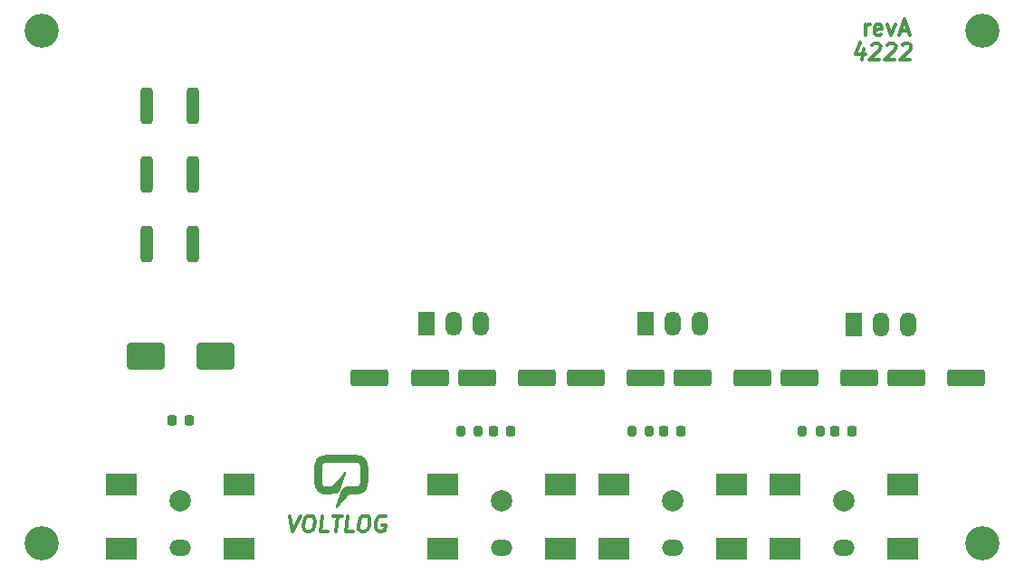
<source format=gbr>
G04 #@! TF.GenerationSoftware,KiCad,Pcbnew,(6.0.0)*
G04 #@! TF.CreationDate,2022-10-22T07:28:46+03:00*
G04 #@! TF.ProjectId,Voltlog Microscope PDU,566f6c74-6c6f-4672-904d-6963726f7363,rev?*
G04 #@! TF.SameCoordinates,Original*
G04 #@! TF.FileFunction,Soldermask,Top*
G04 #@! TF.FilePolarity,Negative*
%FSLAX46Y46*%
G04 Gerber Fmt 4.6, Leading zero omitted, Abs format (unit mm)*
G04 Created by KiCad (PCBNEW (6.0.0)) date 2022-10-22 07:28:46*
%MOMM*%
%LPD*%
G01*
G04 APERTURE LIST*
G04 Aperture macros list*
%AMRoundRect*
0 Rectangle with rounded corners*
0 $1 Rounding radius*
0 $2 $3 $4 $5 $6 $7 $8 $9 X,Y pos of 4 corners*
0 Add a 4 corners polygon primitive as box body*
4,1,4,$2,$3,$4,$5,$6,$7,$8,$9,$2,$3,0*
0 Add four circle primitives for the rounded corners*
1,1,$1+$1,$2,$3*
1,1,$1+$1,$4,$5*
1,1,$1+$1,$6,$7*
1,1,$1+$1,$8,$9*
0 Add four rect primitives between the rounded corners*
20,1,$1+$1,$2,$3,$4,$5,0*
20,1,$1+$1,$4,$5,$6,$7,0*
20,1,$1+$1,$6,$7,$8,$9,0*
20,1,$1+$1,$8,$9,$2,$3,0*%
G04 Aperture macros list end*
%ADD10C,0.300000*%
%ADD11C,0.010000*%
%ADD12RoundRect,0.225000X-0.225000X-0.250000X0.225000X-0.250000X0.225000X0.250000X-0.225000X0.250000X0*%
%ADD13RoundRect,0.218750X-0.218750X-0.256250X0.218750X-0.256250X0.218750X0.256250X-0.218750X0.256250X0*%
%ADD14R,1.500000X2.300000*%
%ADD15O,1.500000X2.300000*%
%ADD16RoundRect,0.250000X-0.312500X-1.450000X0.312500X-1.450000X0.312500X1.450000X-0.312500X1.450000X0*%
%ADD17RoundRect,0.200000X-0.200000X-0.275000X0.200000X-0.275000X0.200000X0.275000X-0.200000X0.275000X0*%
%ADD18RoundRect,0.250000X-1.500000X-1.000000X1.500000X-1.000000X1.500000X1.000000X-1.500000X1.000000X0*%
%ADD19C,3.200000*%
%ADD20O,2.000000X1.500000*%
%ADD21C,2.000000*%
%ADD22R,3.000000X2.000000*%
%ADD23RoundRect,0.250000X-1.500000X-0.550000X1.500000X-0.550000X1.500000X0.550000X-1.500000X0.550000X0*%
%ADD24RoundRect,0.250000X1.500000X0.550000X-1.500000X0.550000X-1.500000X-0.550000X1.500000X-0.550000X0*%
G04 APERTURE END LIST*
D10*
X121188348Y-102428571D02*
X121500848Y-103928571D01*
X122188348Y-102428571D01*
X122974062Y-102428571D02*
X123259776Y-102428571D01*
X123393705Y-102500000D01*
X123518705Y-102642857D01*
X123554419Y-102928571D01*
X123491919Y-103428571D01*
X123384776Y-103714285D01*
X123224062Y-103857142D01*
X123072276Y-103928571D01*
X122786562Y-103928571D01*
X122652633Y-103857142D01*
X122527633Y-103714285D01*
X122491919Y-103428571D01*
X122554419Y-102928571D01*
X122661562Y-102642857D01*
X122822276Y-102500000D01*
X122974062Y-102428571D01*
X124786562Y-103928571D02*
X124072276Y-103928571D01*
X124259776Y-102428571D01*
X125259776Y-102428571D02*
X126116919Y-102428571D01*
X125500848Y-103928571D02*
X125688348Y-102428571D01*
X127143705Y-103928571D02*
X126429419Y-103928571D01*
X126616919Y-102428571D01*
X128116919Y-102428571D02*
X128402633Y-102428571D01*
X128536562Y-102500000D01*
X128661562Y-102642857D01*
X128697276Y-102928571D01*
X128634776Y-103428571D01*
X128527633Y-103714285D01*
X128366919Y-103857142D01*
X128215133Y-103928571D01*
X127929419Y-103928571D01*
X127795491Y-103857142D01*
X127670491Y-103714285D01*
X127634776Y-103428571D01*
X127697276Y-102928571D01*
X127804419Y-102642857D01*
X127965133Y-102500000D01*
X128116919Y-102428571D01*
X130179419Y-102500000D02*
X130045491Y-102428571D01*
X129831205Y-102428571D01*
X129607991Y-102500000D01*
X129447276Y-102642857D01*
X129357991Y-102785714D01*
X129250848Y-103071428D01*
X129224062Y-103285714D01*
X129259776Y-103571428D01*
X129313348Y-103714285D01*
X129438348Y-103857142D01*
X129643705Y-103928571D01*
X129786562Y-103928571D01*
X130009776Y-103857142D01*
X130090133Y-103785714D01*
X130152633Y-103285714D01*
X129866919Y-103285714D01*
X175035714Y-57428571D02*
X175035714Y-56428571D01*
X175035714Y-56714285D02*
X175107142Y-56571428D01*
X175178571Y-56500000D01*
X175321428Y-56428571D01*
X175464285Y-56428571D01*
X176535714Y-57357142D02*
X176392857Y-57428571D01*
X176107142Y-57428571D01*
X175964285Y-57357142D01*
X175892857Y-57214285D01*
X175892857Y-56642857D01*
X175964285Y-56500000D01*
X176107142Y-56428571D01*
X176392857Y-56428571D01*
X176535714Y-56500000D01*
X176607142Y-56642857D01*
X176607142Y-56785714D01*
X175892857Y-56928571D01*
X177107142Y-56428571D02*
X177464285Y-57428571D01*
X177821428Y-56428571D01*
X178321428Y-57000000D02*
X179035714Y-57000000D01*
X178178571Y-57428571D02*
X178678571Y-55928571D01*
X179178571Y-57428571D01*
X174875848Y-58678571D02*
X174750848Y-59678571D01*
X174590133Y-58107142D02*
X174099062Y-59178571D01*
X175027633Y-59178571D01*
X175634776Y-58321428D02*
X175715133Y-58250000D01*
X175866919Y-58178571D01*
X176224062Y-58178571D01*
X176357991Y-58250000D01*
X176420491Y-58321428D01*
X176474062Y-58464285D01*
X176456205Y-58607142D01*
X176357991Y-58821428D01*
X175393705Y-59678571D01*
X176322276Y-59678571D01*
X177063348Y-58321428D02*
X177143705Y-58250000D01*
X177295491Y-58178571D01*
X177652633Y-58178571D01*
X177786562Y-58250000D01*
X177849062Y-58321428D01*
X177902633Y-58464285D01*
X177884776Y-58607142D01*
X177786562Y-58821428D01*
X176822276Y-59678571D01*
X177750848Y-59678571D01*
X178491919Y-58321428D02*
X178572276Y-58250000D01*
X178724062Y-58178571D01*
X179081205Y-58178571D01*
X179215133Y-58250000D01*
X179277633Y-58321428D01*
X179331205Y-58464285D01*
X179313348Y-58607142D01*
X179215133Y-58821428D01*
X178250848Y-59678571D01*
X179179419Y-59678571D01*
D11*
G04 #@! TO.C,V1*
X126261837Y-96691409D02*
X126444951Y-96693844D01*
X126444951Y-96693844D02*
X126624586Y-96697684D01*
X126624586Y-96697684D02*
X126799156Y-96702961D01*
X126799156Y-96702961D02*
X126967078Y-96709706D01*
X126967078Y-96709706D02*
X127126764Y-96717950D01*
X127126764Y-96717950D02*
X127275080Y-96727610D01*
X127275080Y-96727610D02*
X127414072Y-96738780D01*
X127414072Y-96738780D02*
X127534954Y-96751099D01*
X127534954Y-96751099D02*
X127639933Y-96765300D01*
X127639933Y-96765300D02*
X127731213Y-96782118D01*
X127731213Y-96782118D02*
X127811001Y-96802286D01*
X127811001Y-96802286D02*
X127881503Y-96826539D01*
X127881503Y-96826539D02*
X127944925Y-96855610D01*
X127944925Y-96855610D02*
X128003471Y-96890234D01*
X128003471Y-96890234D02*
X128059350Y-96931144D01*
X128059350Y-96931144D02*
X128114765Y-96979075D01*
X128114765Y-96979075D02*
X128159000Y-97021720D01*
X128159000Y-97021720D02*
X128221282Y-97088124D01*
X128221282Y-97088124D02*
X128273181Y-97153586D01*
X128273181Y-97153586D02*
X128316070Y-97221269D01*
X128316070Y-97221269D02*
X128351325Y-97294337D01*
X128351325Y-97294337D02*
X128380318Y-97375956D01*
X128380318Y-97375956D02*
X128404423Y-97469290D01*
X128404423Y-97469290D02*
X128425015Y-97577503D01*
X128425015Y-97577503D02*
X128438229Y-97664912D01*
X128438229Y-97664912D02*
X128449270Y-97747763D01*
X128449270Y-97747763D02*
X128458451Y-97825422D01*
X128458451Y-97825422D02*
X128465927Y-97900906D01*
X128465927Y-97900906D02*
X128471857Y-97977230D01*
X128471857Y-97977230D02*
X128476396Y-98057410D01*
X128476396Y-98057410D02*
X128479703Y-98144461D01*
X128479703Y-98144461D02*
X128481934Y-98241398D01*
X128481934Y-98241398D02*
X128483246Y-98351239D01*
X128483246Y-98351239D02*
X128483797Y-98476997D01*
X128483797Y-98476997D02*
X128483838Y-98540640D01*
X128483838Y-98540640D02*
X128482935Y-98713480D01*
X128482935Y-98713480D02*
X128480209Y-98868365D01*
X128480209Y-98868365D02*
X128475483Y-99007591D01*
X128475483Y-99007591D02*
X128468586Y-99133456D01*
X128468586Y-99133456D02*
X128459342Y-99248255D01*
X128459342Y-99248255D02*
X128447579Y-99354287D01*
X128447579Y-99354287D02*
X128433121Y-99453848D01*
X128433121Y-99453848D02*
X128415796Y-99549235D01*
X128415796Y-99549235D02*
X128402858Y-99610340D01*
X128402858Y-99610340D02*
X128364479Y-99739532D01*
X128364479Y-99739532D02*
X128309922Y-99858875D01*
X128309922Y-99858875D02*
X128240517Y-99967044D01*
X128240517Y-99967044D02*
X128157592Y-100062715D01*
X128157592Y-100062715D02*
X128062475Y-100144564D01*
X128062475Y-100144564D02*
X127956494Y-100211266D01*
X127956494Y-100211266D02*
X127840979Y-100261498D01*
X127840979Y-100261498D02*
X127717257Y-100293935D01*
X127717257Y-100293935D02*
X127717040Y-100293974D01*
X127717040Y-100293974D02*
X127690216Y-100297694D01*
X127690216Y-100297694D02*
X127653492Y-100300771D01*
X127653492Y-100300771D02*
X127605278Y-100303247D01*
X127605278Y-100303247D02*
X127543983Y-100305166D01*
X127543983Y-100305166D02*
X127468015Y-100306571D01*
X127468015Y-100306571D02*
X127375785Y-100307505D01*
X127375785Y-100307505D02*
X127265701Y-100308013D01*
X127265701Y-100308013D02*
X127197184Y-100308125D01*
X127197184Y-100308125D02*
X126753528Y-100308480D01*
X126753528Y-100308480D02*
X126692920Y-100371980D01*
X126692920Y-100371980D02*
X126676237Y-100390079D01*
X126676237Y-100390079D02*
X126647399Y-100422086D01*
X126647399Y-100422086D02*
X126607633Y-100466614D01*
X126607633Y-100466614D02*
X126558166Y-100522278D01*
X126558166Y-100522278D02*
X126500223Y-100587691D01*
X126500223Y-100587691D02*
X126435030Y-100661468D01*
X126435030Y-100661468D02*
X126363814Y-100742224D01*
X126363814Y-100742224D02*
X126287802Y-100828573D01*
X126287802Y-100828573D02*
X126208218Y-100919128D01*
X126208218Y-100919128D02*
X126142270Y-100994280D01*
X126142270Y-100994280D02*
X126061142Y-101086723D01*
X126061142Y-101086723D02*
X125982933Y-101175708D01*
X125982933Y-101175708D02*
X125908827Y-101259898D01*
X125908827Y-101259898D02*
X125840007Y-101337953D01*
X125840007Y-101337953D02*
X125777659Y-101408533D01*
X125777659Y-101408533D02*
X125722965Y-101470300D01*
X125722965Y-101470300D02*
X125677111Y-101521914D01*
X125677111Y-101521914D02*
X125641279Y-101562037D01*
X125641279Y-101562037D02*
X125616654Y-101589329D01*
X125616654Y-101589329D02*
X125605515Y-101601340D01*
X125605515Y-101601340D02*
X125568575Y-101634040D01*
X125568575Y-101634040D02*
X125538343Y-101648380D01*
X125538343Y-101648380D02*
X125513708Y-101644755D01*
X125513708Y-101644755D02*
X125504192Y-101637408D01*
X125504192Y-101637408D02*
X125493293Y-101616853D01*
X125493293Y-101616853D02*
X125492000Y-101607758D01*
X125492000Y-101607758D02*
X125495278Y-101595232D01*
X125495278Y-101595232D02*
X125504721Y-101565277D01*
X125504721Y-101565277D02*
X125519738Y-101519631D01*
X125519738Y-101519631D02*
X125539740Y-101460029D01*
X125539740Y-101460029D02*
X125564137Y-101388209D01*
X125564137Y-101388209D02*
X125592340Y-101305906D01*
X125592340Y-101305906D02*
X125623759Y-101214858D01*
X125623759Y-101214858D02*
X125657804Y-101116800D01*
X125657804Y-101116800D02*
X125690532Y-101023050D01*
X125690532Y-101023050D02*
X125728930Y-100913310D01*
X125728930Y-100913310D02*
X125767285Y-100803638D01*
X125767285Y-100803638D02*
X125804719Y-100696550D01*
X125804719Y-100696550D02*
X125840352Y-100594563D01*
X125840352Y-100594563D02*
X125873306Y-100500196D01*
X125873306Y-100500196D02*
X125902700Y-100415965D01*
X125902700Y-100415965D02*
X125927657Y-100344387D01*
X125927657Y-100344387D02*
X125947296Y-100287979D01*
X125947296Y-100287979D02*
X125956059Y-100262760D01*
X125956059Y-100262760D02*
X125979139Y-100198031D01*
X125979139Y-100198031D02*
X126002824Y-100134720D01*
X126002824Y-100134720D02*
X126025354Y-100077313D01*
X126025354Y-100077313D02*
X126044968Y-100030299D01*
X126044968Y-100030299D02*
X126059682Y-99998600D01*
X126059682Y-99998600D02*
X126106002Y-99926291D01*
X126106002Y-99926291D02*
X126166834Y-99857494D01*
X126166834Y-99857494D02*
X126236489Y-99797908D01*
X126236489Y-99797908D02*
X126299720Y-99758061D01*
X126299720Y-99758061D02*
X126332191Y-99741487D01*
X126332191Y-99741487D02*
X126361798Y-99727785D01*
X126361798Y-99727785D02*
X126390849Y-99716681D01*
X126390849Y-99716681D02*
X126421654Y-99707901D01*
X126421654Y-99707901D02*
X126456520Y-99701170D01*
X126456520Y-99701170D02*
X126497755Y-99696214D01*
X126497755Y-99696214D02*
X126547668Y-99692759D01*
X126547668Y-99692759D02*
X126608567Y-99690530D01*
X126608567Y-99690530D02*
X126682760Y-99689253D01*
X126682760Y-99689253D02*
X126772557Y-99688654D01*
X126772557Y-99688654D02*
X126880264Y-99688458D01*
X126880264Y-99688458D02*
X126885386Y-99688454D01*
X126885386Y-99688454D02*
X127041386Y-99687851D01*
X127041386Y-99687851D02*
X127177756Y-99686245D01*
X127177756Y-99686245D02*
X127295159Y-99683605D01*
X127295159Y-99683605D02*
X127394262Y-99679897D01*
X127394262Y-99679897D02*
X127475730Y-99675089D01*
X127475730Y-99675089D02*
X127540229Y-99669149D01*
X127540229Y-99669149D02*
X127588424Y-99662044D01*
X127588424Y-99662044D02*
X127620981Y-99653742D01*
X127620981Y-99653742D02*
X127624541Y-99652398D01*
X127624541Y-99652398D02*
X127669736Y-99624826D01*
X127669736Y-99624826D02*
X127710367Y-99582590D01*
X127710367Y-99582590D02*
X127741626Y-99531344D01*
X127741626Y-99531344D02*
X127753130Y-99501203D01*
X127753130Y-99501203D02*
X127771581Y-99425825D01*
X127771581Y-99425825D02*
X127787650Y-99332711D01*
X127787650Y-99332711D02*
X127801303Y-99224312D01*
X127801303Y-99224312D02*
X127812507Y-99103075D01*
X127812507Y-99103075D02*
X127821228Y-98971451D01*
X127821228Y-98971451D02*
X127827433Y-98831887D01*
X127827433Y-98831887D02*
X127831087Y-98686832D01*
X127831087Y-98686832D02*
X127832158Y-98538737D01*
X127832158Y-98538737D02*
X127830611Y-98390048D01*
X127830611Y-98390048D02*
X127826414Y-98243217D01*
X127826414Y-98243217D02*
X127819533Y-98100690D01*
X127819533Y-98100690D02*
X127809933Y-97964918D01*
X127809933Y-97964918D02*
X127797582Y-97838349D01*
X127797582Y-97838349D02*
X127782446Y-97723432D01*
X127782446Y-97723432D02*
X127777899Y-97694848D01*
X127777899Y-97694848D02*
X127761860Y-97613583D01*
X127761860Y-97613583D02*
X127742270Y-97550036D01*
X127742270Y-97550036D02*
X127716694Y-97501635D01*
X127716694Y-97501635D02*
X127682693Y-97465809D01*
X127682693Y-97465809D02*
X127637832Y-97439986D01*
X127637832Y-97439986D02*
X127579673Y-97421596D01*
X127579673Y-97421596D02*
X127506201Y-97408127D01*
X127506201Y-97408127D02*
X127418925Y-97397387D01*
X127418925Y-97397387D02*
X127313293Y-97387658D01*
X127313293Y-97387658D02*
X127191247Y-97378958D01*
X127191247Y-97378958D02*
X127054728Y-97371304D01*
X127054728Y-97371304D02*
X126905676Y-97364714D01*
X126905676Y-97364714D02*
X126746033Y-97359204D01*
X126746033Y-97359204D02*
X126577739Y-97354793D01*
X126577739Y-97354793D02*
X126402734Y-97351497D01*
X126402734Y-97351497D02*
X126222960Y-97349335D01*
X126222960Y-97349335D02*
X126040358Y-97348324D01*
X126040358Y-97348324D02*
X125856868Y-97348480D01*
X125856868Y-97348480D02*
X125674431Y-97349823D01*
X125674431Y-97349823D02*
X125494988Y-97352368D01*
X125494988Y-97352368D02*
X125320480Y-97356134D01*
X125320480Y-97356134D02*
X125152847Y-97361138D01*
X125152847Y-97361138D02*
X124994030Y-97367397D01*
X124994030Y-97367397D02*
X124845970Y-97374929D01*
X124845970Y-97374929D02*
X124719840Y-97383076D01*
X124719840Y-97383076D02*
X124608592Y-97391923D01*
X124608592Y-97391923D02*
X124515775Y-97401669D01*
X124515775Y-97401669D02*
X124439499Y-97413449D01*
X124439499Y-97413449D02*
X124377875Y-97428400D01*
X124377875Y-97428400D02*
X124329016Y-97447659D01*
X124329016Y-97447659D02*
X124291033Y-97472363D01*
X124291033Y-97472363D02*
X124262036Y-97503648D01*
X124262036Y-97503648D02*
X124240138Y-97542651D01*
X124240138Y-97542651D02*
X124223449Y-97590508D01*
X124223449Y-97590508D02*
X124210081Y-97648356D01*
X124210081Y-97648356D02*
X124201780Y-97694848D01*
X124201780Y-97694848D02*
X124185894Y-97806185D01*
X124185894Y-97806185D02*
X124172801Y-97929834D01*
X124172801Y-97929834D02*
X124162467Y-98063345D01*
X124162467Y-98063345D02*
X124154858Y-98204271D01*
X124154858Y-98204271D02*
X124149941Y-98350162D01*
X124149941Y-98350162D02*
X124147683Y-98498571D01*
X124147683Y-98498571D02*
X124148049Y-98647047D01*
X124148049Y-98647047D02*
X124151007Y-98793143D01*
X124151007Y-98793143D02*
X124156523Y-98934410D01*
X124156523Y-98934410D02*
X124164563Y-99068399D01*
X124164563Y-99068399D02*
X124175094Y-99192662D01*
X124175094Y-99192662D02*
X124188082Y-99304749D01*
X124188082Y-99304749D02*
X124203494Y-99402213D01*
X124203494Y-99402213D02*
X124221296Y-99482604D01*
X124221296Y-99482604D02*
X124226521Y-99501108D01*
X124226521Y-99501108D02*
X124253863Y-99558451D01*
X124253863Y-99558451D02*
X124297188Y-99606265D01*
X124297188Y-99606265D02*
X124350600Y-99639553D01*
X124350600Y-99639553D02*
X124385447Y-99649910D01*
X124385447Y-99649910D02*
X124439539Y-99658780D01*
X124439539Y-99658780D02*
X124511850Y-99666090D01*
X124511850Y-99666090D02*
X124601356Y-99671770D01*
X124601356Y-99671770D02*
X124707031Y-99675749D01*
X124707031Y-99675749D02*
X124827849Y-99677957D01*
X124827849Y-99677957D02*
X124913753Y-99678409D01*
X124913753Y-99678409D02*
X125143226Y-99678560D01*
X125143226Y-99678560D02*
X125208701Y-99609980D01*
X125208701Y-99609980D02*
X125228063Y-99589075D01*
X125228063Y-99589075D02*
X125259265Y-99554599D01*
X125259265Y-99554599D02*
X125300775Y-99508275D01*
X125300775Y-99508275D02*
X125351061Y-99451831D01*
X125351061Y-99451831D02*
X125408588Y-99386992D01*
X125408588Y-99386992D02*
X125471825Y-99315483D01*
X125471825Y-99315483D02*
X125539237Y-99239031D01*
X125539237Y-99239031D02*
X125609293Y-99159361D01*
X125609293Y-99159361D02*
X125634548Y-99130585D01*
X125634548Y-99130585D02*
X125709401Y-99045257D01*
X125709401Y-99045257D02*
X125785528Y-98958480D01*
X125785528Y-98958480D02*
X125860858Y-98872613D01*
X125860858Y-98872613D02*
X125933321Y-98790018D01*
X125933321Y-98790018D02*
X126000846Y-98713054D01*
X126000846Y-98713054D02*
X126061364Y-98644081D01*
X126061364Y-98644081D02*
X126112803Y-98585458D01*
X126112803Y-98585458D02*
X126153094Y-98539546D01*
X126153094Y-98539546D02*
X126156008Y-98536225D01*
X126156008Y-98536225D02*
X126202300Y-98484205D01*
X126202300Y-98484205D02*
X126245421Y-98437109D01*
X126245421Y-98437109D02*
X126283201Y-98397201D01*
X126283201Y-98397201D02*
X126313468Y-98366744D01*
X126313468Y-98366744D02*
X126334053Y-98348000D01*
X126334053Y-98348000D02*
X126341120Y-98343206D01*
X126341120Y-98343206D02*
X126364597Y-98339747D01*
X126364597Y-98339747D02*
X126385772Y-98352401D01*
X126385772Y-98352401D02*
X126401037Y-98368972D01*
X126401037Y-98368972D02*
X126406400Y-98379441D01*
X126406400Y-98379441D02*
X126403133Y-98390385D01*
X126403133Y-98390385D02*
X126393754Y-98418661D01*
X126393754Y-98418661D02*
X126378896Y-98462437D01*
X126378896Y-98462437D02*
X126359191Y-98519876D01*
X126359191Y-98519876D02*
X126335271Y-98589145D01*
X126335271Y-98589145D02*
X126307768Y-98668408D01*
X126307768Y-98668408D02*
X126277315Y-98755830D01*
X126277315Y-98755830D02*
X126244545Y-98849577D01*
X126244545Y-98849577D02*
X126234501Y-98878246D01*
X126234501Y-98878246D02*
X126196614Y-98986390D01*
X126196614Y-98986390D02*
X126157091Y-99099302D01*
X126157091Y-99099302D02*
X126117172Y-99213428D01*
X126117172Y-99213428D02*
X126078099Y-99325215D01*
X126078099Y-99325215D02*
X126041114Y-99431111D01*
X126041114Y-99431111D02*
X126007459Y-99527561D01*
X126007459Y-99527561D02*
X125978374Y-99611014D01*
X125978374Y-99611014D02*
X125960567Y-99662189D01*
X125960567Y-99662189D02*
X125933566Y-99738559D01*
X125933566Y-99738559D02*
X125906980Y-99811358D01*
X125906980Y-99811358D02*
X125881959Y-99877615D01*
X125881959Y-99877615D02*
X125859654Y-99934356D01*
X125859654Y-99934356D02*
X125841216Y-99978607D01*
X125841216Y-99978607D02*
X125827794Y-100007396D01*
X125827794Y-100007396D02*
X125825125Y-100012225D01*
X125825125Y-100012225D02*
X125767263Y-100091466D01*
X125767263Y-100091466D02*
X125693747Y-100162327D01*
X125693747Y-100162327D02*
X125608501Y-100221869D01*
X125608501Y-100221869D02*
X125515451Y-100267152D01*
X125515451Y-100267152D02*
X125460256Y-100285503D01*
X125460256Y-100285503D02*
X125444653Y-100289385D01*
X125444653Y-100289385D02*
X125427071Y-100292668D01*
X125427071Y-100292668D02*
X125405764Y-100295401D01*
X125405764Y-100295401D02*
X125378988Y-100297634D01*
X125378988Y-100297634D02*
X125344996Y-100299415D01*
X125344996Y-100299415D02*
X125302043Y-100300795D01*
X125302043Y-100300795D02*
X125248385Y-100301822D01*
X125248385Y-100301822D02*
X125182276Y-100302545D01*
X125182276Y-100302545D02*
X125101970Y-100303014D01*
X125101970Y-100303014D02*
X125005722Y-100303279D01*
X125005722Y-100303279D02*
X124891788Y-100303388D01*
X124891788Y-100303388D02*
X124826520Y-100303400D01*
X124826520Y-100303400D02*
X124257560Y-100303400D01*
X124257560Y-100303400D02*
X124158565Y-100269118D01*
X124158565Y-100269118D02*
X124032889Y-100215572D01*
X124032889Y-100215572D02*
X123920456Y-100146651D01*
X123920456Y-100146651D02*
X123821514Y-100062577D01*
X123821514Y-100062577D02*
X123736313Y-99963572D01*
X123736313Y-99963572D02*
X123665103Y-99849856D01*
X123665103Y-99849856D02*
X123647854Y-99815720D01*
X123647854Y-99815720D02*
X123620768Y-99752597D01*
X123620768Y-99752597D02*
X123596841Y-99681552D01*
X123596841Y-99681552D02*
X123575669Y-99600557D01*
X123575669Y-99600557D02*
X123556847Y-99507584D01*
X123556847Y-99507584D02*
X123539971Y-99400608D01*
X123539971Y-99400608D02*
X123524635Y-99277601D01*
X123524635Y-99277601D02*
X123510435Y-99136536D01*
X123510435Y-99136536D02*
X123508919Y-99119760D01*
X123508919Y-99119760D02*
X123505151Y-99064497D01*
X123505151Y-99064497D02*
X123502009Y-98992043D01*
X123502009Y-98992043D02*
X123499494Y-98905517D01*
X123499494Y-98905517D02*
X123497606Y-98808037D01*
X123497606Y-98808037D02*
X123496345Y-98702723D01*
X123496345Y-98702723D02*
X123495711Y-98592693D01*
X123495711Y-98592693D02*
X123495703Y-98481067D01*
X123495703Y-98481067D02*
X123496323Y-98370964D01*
X123496323Y-98370964D02*
X123497569Y-98265502D01*
X123497569Y-98265502D02*
X123499442Y-98167800D01*
X123499442Y-98167800D02*
X123501942Y-98080978D01*
X123501942Y-98080978D02*
X123505069Y-98008154D01*
X123505069Y-98008154D02*
X123508823Y-97952448D01*
X123508823Y-97952448D02*
X123508919Y-97951360D01*
X123508919Y-97951360D02*
X123523468Y-97803721D01*
X123523468Y-97803721D02*
X123539356Y-97674327D01*
X123539356Y-97674327D02*
X123557201Y-97561114D01*
X123557201Y-97561114D02*
X123577623Y-97462018D01*
X123577623Y-97462018D02*
X123601239Y-97374976D01*
X123601239Y-97374976D02*
X123628670Y-97297925D01*
X123628670Y-97297925D02*
X123660534Y-97228802D01*
X123660534Y-97228802D02*
X123697450Y-97165543D01*
X123697450Y-97165543D02*
X123740037Y-97106085D01*
X123740037Y-97106085D02*
X123775138Y-97063808D01*
X123775138Y-97063808D02*
X123869071Y-96969712D01*
X123869071Y-96969712D02*
X123970673Y-96893852D01*
X123970673Y-96893852D02*
X124082051Y-96834921D01*
X124082051Y-96834921D02*
X124205316Y-96791611D01*
X124205316Y-96791611D02*
X124220627Y-96787501D01*
X124220627Y-96787501D02*
X124286007Y-96773521D01*
X124286007Y-96773521D02*
X124370099Y-96760512D01*
X124370099Y-96760512D02*
X124471320Y-96748504D01*
X124471320Y-96748504D02*
X124588083Y-96737529D01*
X124588083Y-96737529D02*
X124718804Y-96727618D01*
X124718804Y-96727618D02*
X124861898Y-96718801D01*
X124861898Y-96718801D02*
X125015778Y-96711110D01*
X125015778Y-96711110D02*
X125178861Y-96704576D01*
X125178861Y-96704576D02*
X125349561Y-96699230D01*
X125349561Y-96699230D02*
X125526293Y-96695104D01*
X125526293Y-96695104D02*
X125707472Y-96692227D01*
X125707472Y-96692227D02*
X125891512Y-96690632D01*
X125891512Y-96690632D02*
X126076829Y-96690349D01*
X126076829Y-96690349D02*
X126261837Y-96691409D01*
X126261837Y-96691409D02*
X126261837Y-96691409D01*
G36*
X126261837Y-96691409D02*
G01*
X126444951Y-96693844D01*
X126624586Y-96697684D01*
X126799156Y-96702961D01*
X126967078Y-96709706D01*
X127126764Y-96717950D01*
X127275080Y-96727610D01*
X127414072Y-96738780D01*
X127534954Y-96751099D01*
X127639933Y-96765300D01*
X127731213Y-96782118D01*
X127811001Y-96802286D01*
X127881503Y-96826539D01*
X127944925Y-96855610D01*
X128003471Y-96890234D01*
X128059350Y-96931144D01*
X128114765Y-96979075D01*
X128159000Y-97021720D01*
X128221282Y-97088124D01*
X128273181Y-97153586D01*
X128316070Y-97221269D01*
X128351325Y-97294337D01*
X128380318Y-97375956D01*
X128404423Y-97469290D01*
X128425015Y-97577503D01*
X128438229Y-97664912D01*
X128449270Y-97747763D01*
X128458451Y-97825422D01*
X128465927Y-97900906D01*
X128471857Y-97977230D01*
X128476396Y-98057410D01*
X128479703Y-98144461D01*
X128481934Y-98241398D01*
X128483246Y-98351239D01*
X128483797Y-98476997D01*
X128483838Y-98540640D01*
X128482935Y-98713480D01*
X128480209Y-98868365D01*
X128475483Y-99007591D01*
X128468586Y-99133456D01*
X128459342Y-99248255D01*
X128447579Y-99354287D01*
X128433121Y-99453848D01*
X128415796Y-99549235D01*
X128402858Y-99610340D01*
X128364479Y-99739532D01*
X128309922Y-99858875D01*
X128240517Y-99967044D01*
X128157592Y-100062715D01*
X128062475Y-100144564D01*
X127956494Y-100211266D01*
X127840979Y-100261498D01*
X127717257Y-100293935D01*
X127717040Y-100293974D01*
X127690216Y-100297694D01*
X127653492Y-100300771D01*
X127605278Y-100303247D01*
X127543983Y-100305166D01*
X127468015Y-100306571D01*
X127375785Y-100307505D01*
X127265701Y-100308013D01*
X127197184Y-100308125D01*
X126753528Y-100308480D01*
X126692920Y-100371980D01*
X126676237Y-100390079D01*
X126647399Y-100422086D01*
X126607633Y-100466614D01*
X126558166Y-100522278D01*
X126500223Y-100587691D01*
X126435030Y-100661468D01*
X126363814Y-100742224D01*
X126287802Y-100828573D01*
X126208218Y-100919128D01*
X126142270Y-100994280D01*
X126061142Y-101086723D01*
X125982933Y-101175708D01*
X125908827Y-101259898D01*
X125840007Y-101337953D01*
X125777659Y-101408533D01*
X125722965Y-101470300D01*
X125677111Y-101521914D01*
X125641279Y-101562037D01*
X125616654Y-101589329D01*
X125605515Y-101601340D01*
X125568575Y-101634040D01*
X125538343Y-101648380D01*
X125513708Y-101644755D01*
X125504192Y-101637408D01*
X125493293Y-101616853D01*
X125492000Y-101607758D01*
X125495278Y-101595232D01*
X125504721Y-101565277D01*
X125519738Y-101519631D01*
X125539740Y-101460029D01*
X125564137Y-101388209D01*
X125592340Y-101305906D01*
X125623759Y-101214858D01*
X125657804Y-101116800D01*
X125690532Y-101023050D01*
X125728930Y-100913310D01*
X125767285Y-100803638D01*
X125804719Y-100696550D01*
X125840352Y-100594563D01*
X125873306Y-100500196D01*
X125902700Y-100415965D01*
X125927657Y-100344387D01*
X125947296Y-100287979D01*
X125956059Y-100262760D01*
X125979139Y-100198031D01*
X126002824Y-100134720D01*
X126025354Y-100077313D01*
X126044968Y-100030299D01*
X126059682Y-99998600D01*
X126106002Y-99926291D01*
X126166834Y-99857494D01*
X126236489Y-99797908D01*
X126299720Y-99758061D01*
X126332191Y-99741487D01*
X126361798Y-99727785D01*
X126390849Y-99716681D01*
X126421654Y-99707901D01*
X126456520Y-99701170D01*
X126497755Y-99696214D01*
X126547668Y-99692759D01*
X126608567Y-99690530D01*
X126682760Y-99689253D01*
X126772557Y-99688654D01*
X126880264Y-99688458D01*
X126885386Y-99688454D01*
X127041386Y-99687851D01*
X127177756Y-99686245D01*
X127295159Y-99683605D01*
X127394262Y-99679897D01*
X127475730Y-99675089D01*
X127540229Y-99669149D01*
X127588424Y-99662044D01*
X127620981Y-99653742D01*
X127624541Y-99652398D01*
X127669736Y-99624826D01*
X127710367Y-99582590D01*
X127741626Y-99531344D01*
X127753130Y-99501203D01*
X127771581Y-99425825D01*
X127787650Y-99332711D01*
X127801303Y-99224312D01*
X127812507Y-99103075D01*
X127821228Y-98971451D01*
X127827433Y-98831887D01*
X127831087Y-98686832D01*
X127832158Y-98538737D01*
X127830611Y-98390048D01*
X127826414Y-98243217D01*
X127819533Y-98100690D01*
X127809933Y-97964918D01*
X127797582Y-97838349D01*
X127782446Y-97723432D01*
X127777899Y-97694848D01*
X127761860Y-97613583D01*
X127742270Y-97550036D01*
X127716694Y-97501635D01*
X127682693Y-97465809D01*
X127637832Y-97439986D01*
X127579673Y-97421596D01*
X127506201Y-97408127D01*
X127418925Y-97397387D01*
X127313293Y-97387658D01*
X127191247Y-97378958D01*
X127054728Y-97371304D01*
X126905676Y-97364714D01*
X126746033Y-97359204D01*
X126577739Y-97354793D01*
X126402734Y-97351497D01*
X126222960Y-97349335D01*
X126040358Y-97348324D01*
X125856868Y-97348480D01*
X125674431Y-97349823D01*
X125494988Y-97352368D01*
X125320480Y-97356134D01*
X125152847Y-97361138D01*
X124994030Y-97367397D01*
X124845970Y-97374929D01*
X124719840Y-97383076D01*
X124608592Y-97391923D01*
X124515775Y-97401669D01*
X124439499Y-97413449D01*
X124377875Y-97428400D01*
X124329016Y-97447659D01*
X124291033Y-97472363D01*
X124262036Y-97503648D01*
X124240138Y-97542651D01*
X124223449Y-97590508D01*
X124210081Y-97648356D01*
X124201780Y-97694848D01*
X124185894Y-97806185D01*
X124172801Y-97929834D01*
X124162467Y-98063345D01*
X124154858Y-98204271D01*
X124149941Y-98350162D01*
X124147683Y-98498571D01*
X124148049Y-98647047D01*
X124151007Y-98793143D01*
X124156523Y-98934410D01*
X124164563Y-99068399D01*
X124175094Y-99192662D01*
X124188082Y-99304749D01*
X124203494Y-99402213D01*
X124221296Y-99482604D01*
X124226521Y-99501108D01*
X124253863Y-99558451D01*
X124297188Y-99606265D01*
X124350600Y-99639553D01*
X124385447Y-99649910D01*
X124439539Y-99658780D01*
X124511850Y-99666090D01*
X124601356Y-99671770D01*
X124707031Y-99675749D01*
X124827849Y-99677957D01*
X124913753Y-99678409D01*
X125143226Y-99678560D01*
X125208701Y-99609980D01*
X125228063Y-99589075D01*
X125259265Y-99554599D01*
X125300775Y-99508275D01*
X125351061Y-99451831D01*
X125408588Y-99386992D01*
X125471825Y-99315483D01*
X125539237Y-99239031D01*
X125609293Y-99159361D01*
X125634548Y-99130585D01*
X125709401Y-99045257D01*
X125785528Y-98958480D01*
X125860858Y-98872613D01*
X125933321Y-98790018D01*
X126000846Y-98713054D01*
X126061364Y-98644081D01*
X126112803Y-98585458D01*
X126153094Y-98539546D01*
X126156008Y-98536225D01*
X126202300Y-98484205D01*
X126245421Y-98437109D01*
X126283201Y-98397201D01*
X126313468Y-98366744D01*
X126334053Y-98348000D01*
X126341120Y-98343206D01*
X126364597Y-98339747D01*
X126385772Y-98352401D01*
X126401037Y-98368972D01*
X126406400Y-98379441D01*
X126403133Y-98390385D01*
X126393754Y-98418661D01*
X126378896Y-98462437D01*
X126359191Y-98519876D01*
X126335271Y-98589145D01*
X126307768Y-98668408D01*
X126277315Y-98755830D01*
X126244545Y-98849577D01*
X126234501Y-98878246D01*
X126196614Y-98986390D01*
X126157091Y-99099302D01*
X126117172Y-99213428D01*
X126078099Y-99325215D01*
X126041114Y-99431111D01*
X126007459Y-99527561D01*
X125978374Y-99611014D01*
X125960567Y-99662189D01*
X125933566Y-99738559D01*
X125906980Y-99811358D01*
X125881959Y-99877615D01*
X125859654Y-99934356D01*
X125841216Y-99978607D01*
X125827794Y-100007396D01*
X125825125Y-100012225D01*
X125767263Y-100091466D01*
X125693747Y-100162327D01*
X125608501Y-100221869D01*
X125515451Y-100267152D01*
X125460256Y-100285503D01*
X125444653Y-100289385D01*
X125427071Y-100292668D01*
X125405764Y-100295401D01*
X125378988Y-100297634D01*
X125344996Y-100299415D01*
X125302043Y-100300795D01*
X125248385Y-100301822D01*
X125182276Y-100302545D01*
X125101970Y-100303014D01*
X125005722Y-100303279D01*
X124891788Y-100303388D01*
X124826520Y-100303400D01*
X124257560Y-100303400D01*
X124158565Y-100269118D01*
X124032889Y-100215572D01*
X123920456Y-100146651D01*
X123821514Y-100062577D01*
X123736313Y-99963572D01*
X123665103Y-99849856D01*
X123647854Y-99815720D01*
X123620768Y-99752597D01*
X123596841Y-99681552D01*
X123575669Y-99600557D01*
X123556847Y-99507584D01*
X123539971Y-99400608D01*
X123524635Y-99277601D01*
X123510435Y-99136536D01*
X123508919Y-99119760D01*
X123505151Y-99064497D01*
X123502009Y-98992043D01*
X123499494Y-98905517D01*
X123497606Y-98808037D01*
X123496345Y-98702723D01*
X123495711Y-98592693D01*
X123495703Y-98481067D01*
X123496323Y-98370964D01*
X123497569Y-98265502D01*
X123499442Y-98167800D01*
X123501942Y-98080978D01*
X123505069Y-98008154D01*
X123508823Y-97952448D01*
X123508919Y-97951360D01*
X123523468Y-97803721D01*
X123539356Y-97674327D01*
X123557201Y-97561114D01*
X123577623Y-97462018D01*
X123601239Y-97374976D01*
X123628670Y-97297925D01*
X123660534Y-97228802D01*
X123697450Y-97165543D01*
X123740037Y-97106085D01*
X123775138Y-97063808D01*
X123869071Y-96969712D01*
X123970673Y-96893852D01*
X124082051Y-96834921D01*
X124205316Y-96791611D01*
X124220627Y-96787501D01*
X124286007Y-96773521D01*
X124370099Y-96760512D01*
X124471320Y-96748504D01*
X124588083Y-96737529D01*
X124718804Y-96727618D01*
X124861898Y-96718801D01*
X125015778Y-96711110D01*
X125178861Y-96704576D01*
X125349561Y-96699230D01*
X125526293Y-96695104D01*
X125707472Y-96692227D01*
X125891512Y-96690632D01*
X126076829Y-96690349D01*
X126261837Y-96691409D01*
G37*
X126261837Y-96691409D02*
X126444951Y-96693844D01*
X126624586Y-96697684D01*
X126799156Y-96702961D01*
X126967078Y-96709706D01*
X127126764Y-96717950D01*
X127275080Y-96727610D01*
X127414072Y-96738780D01*
X127534954Y-96751099D01*
X127639933Y-96765300D01*
X127731213Y-96782118D01*
X127811001Y-96802286D01*
X127881503Y-96826539D01*
X127944925Y-96855610D01*
X128003471Y-96890234D01*
X128059350Y-96931144D01*
X128114765Y-96979075D01*
X128159000Y-97021720D01*
X128221282Y-97088124D01*
X128273181Y-97153586D01*
X128316070Y-97221269D01*
X128351325Y-97294337D01*
X128380318Y-97375956D01*
X128404423Y-97469290D01*
X128425015Y-97577503D01*
X128438229Y-97664912D01*
X128449270Y-97747763D01*
X128458451Y-97825422D01*
X128465927Y-97900906D01*
X128471857Y-97977230D01*
X128476396Y-98057410D01*
X128479703Y-98144461D01*
X128481934Y-98241398D01*
X128483246Y-98351239D01*
X128483797Y-98476997D01*
X128483838Y-98540640D01*
X128482935Y-98713480D01*
X128480209Y-98868365D01*
X128475483Y-99007591D01*
X128468586Y-99133456D01*
X128459342Y-99248255D01*
X128447579Y-99354287D01*
X128433121Y-99453848D01*
X128415796Y-99549235D01*
X128402858Y-99610340D01*
X128364479Y-99739532D01*
X128309922Y-99858875D01*
X128240517Y-99967044D01*
X128157592Y-100062715D01*
X128062475Y-100144564D01*
X127956494Y-100211266D01*
X127840979Y-100261498D01*
X127717257Y-100293935D01*
X127717040Y-100293974D01*
X127690216Y-100297694D01*
X127653492Y-100300771D01*
X127605278Y-100303247D01*
X127543983Y-100305166D01*
X127468015Y-100306571D01*
X127375785Y-100307505D01*
X127265701Y-100308013D01*
X127197184Y-100308125D01*
X126753528Y-100308480D01*
X126692920Y-100371980D01*
X126676237Y-100390079D01*
X126647399Y-100422086D01*
X126607633Y-100466614D01*
X126558166Y-100522278D01*
X126500223Y-100587691D01*
X126435030Y-100661468D01*
X126363814Y-100742224D01*
X126287802Y-100828573D01*
X126208218Y-100919128D01*
X126142270Y-100994280D01*
X126061142Y-101086723D01*
X125982933Y-101175708D01*
X125908827Y-101259898D01*
X125840007Y-101337953D01*
X125777659Y-101408533D01*
X125722965Y-101470300D01*
X125677111Y-101521914D01*
X125641279Y-101562037D01*
X125616654Y-101589329D01*
X125605515Y-101601340D01*
X125568575Y-101634040D01*
X125538343Y-101648380D01*
X125513708Y-101644755D01*
X125504192Y-101637408D01*
X125493293Y-101616853D01*
X125492000Y-101607758D01*
X125495278Y-101595232D01*
X125504721Y-101565277D01*
X125519738Y-101519631D01*
X125539740Y-101460029D01*
X125564137Y-101388209D01*
X125592340Y-101305906D01*
X125623759Y-101214858D01*
X125657804Y-101116800D01*
X125690532Y-101023050D01*
X125728930Y-100913310D01*
X125767285Y-100803638D01*
X125804719Y-100696550D01*
X125840352Y-100594563D01*
X125873306Y-100500196D01*
X125902700Y-100415965D01*
X125927657Y-100344387D01*
X125947296Y-100287979D01*
X125956059Y-100262760D01*
X125979139Y-100198031D01*
X126002824Y-100134720D01*
X126025354Y-100077313D01*
X126044968Y-100030299D01*
X126059682Y-99998600D01*
X126106002Y-99926291D01*
X126166834Y-99857494D01*
X126236489Y-99797908D01*
X126299720Y-99758061D01*
X126332191Y-99741487D01*
X126361798Y-99727785D01*
X126390849Y-99716681D01*
X126421654Y-99707901D01*
X126456520Y-99701170D01*
X126497755Y-99696214D01*
X126547668Y-99692759D01*
X126608567Y-99690530D01*
X126682760Y-99689253D01*
X126772557Y-99688654D01*
X126880264Y-99688458D01*
X126885386Y-99688454D01*
X127041386Y-99687851D01*
X127177756Y-99686245D01*
X127295159Y-99683605D01*
X127394262Y-99679897D01*
X127475730Y-99675089D01*
X127540229Y-99669149D01*
X127588424Y-99662044D01*
X127620981Y-99653742D01*
X127624541Y-99652398D01*
X127669736Y-99624826D01*
X127710367Y-99582590D01*
X127741626Y-99531344D01*
X127753130Y-99501203D01*
X127771581Y-99425825D01*
X127787650Y-99332711D01*
X127801303Y-99224312D01*
X127812507Y-99103075D01*
X127821228Y-98971451D01*
X127827433Y-98831887D01*
X127831087Y-98686832D01*
X127832158Y-98538737D01*
X127830611Y-98390048D01*
X127826414Y-98243217D01*
X127819533Y-98100690D01*
X127809933Y-97964918D01*
X127797582Y-97838349D01*
X127782446Y-97723432D01*
X127777899Y-97694848D01*
X127761860Y-97613583D01*
X127742270Y-97550036D01*
X127716694Y-97501635D01*
X127682693Y-97465809D01*
X127637832Y-97439986D01*
X127579673Y-97421596D01*
X127506201Y-97408127D01*
X127418925Y-97397387D01*
X127313293Y-97387658D01*
X127191247Y-97378958D01*
X127054728Y-97371304D01*
X126905676Y-97364714D01*
X126746033Y-97359204D01*
X126577739Y-97354793D01*
X126402734Y-97351497D01*
X126222960Y-97349335D01*
X126040358Y-97348324D01*
X125856868Y-97348480D01*
X125674431Y-97349823D01*
X125494988Y-97352368D01*
X125320480Y-97356134D01*
X125152847Y-97361138D01*
X124994030Y-97367397D01*
X124845970Y-97374929D01*
X124719840Y-97383076D01*
X124608592Y-97391923D01*
X124515775Y-97401669D01*
X124439499Y-97413449D01*
X124377875Y-97428400D01*
X124329016Y-97447659D01*
X124291033Y-97472363D01*
X124262036Y-97503648D01*
X124240138Y-97542651D01*
X124223449Y-97590508D01*
X124210081Y-97648356D01*
X124201780Y-97694848D01*
X124185894Y-97806185D01*
X124172801Y-97929834D01*
X124162467Y-98063345D01*
X124154858Y-98204271D01*
X124149941Y-98350162D01*
X124147683Y-98498571D01*
X124148049Y-98647047D01*
X124151007Y-98793143D01*
X124156523Y-98934410D01*
X124164563Y-99068399D01*
X124175094Y-99192662D01*
X124188082Y-99304749D01*
X124203494Y-99402213D01*
X124221296Y-99482604D01*
X124226521Y-99501108D01*
X124253863Y-99558451D01*
X124297188Y-99606265D01*
X124350600Y-99639553D01*
X124385447Y-99649910D01*
X124439539Y-99658780D01*
X124511850Y-99666090D01*
X124601356Y-99671770D01*
X124707031Y-99675749D01*
X124827849Y-99677957D01*
X124913753Y-99678409D01*
X125143226Y-99678560D01*
X125208701Y-99609980D01*
X125228063Y-99589075D01*
X125259265Y-99554599D01*
X125300775Y-99508275D01*
X125351061Y-99451831D01*
X125408588Y-99386992D01*
X125471825Y-99315483D01*
X125539237Y-99239031D01*
X125609293Y-99159361D01*
X125634548Y-99130585D01*
X125709401Y-99045257D01*
X125785528Y-98958480D01*
X125860858Y-98872613D01*
X125933321Y-98790018D01*
X126000846Y-98713054D01*
X126061364Y-98644081D01*
X126112803Y-98585458D01*
X126153094Y-98539546D01*
X126156008Y-98536225D01*
X126202300Y-98484205D01*
X126245421Y-98437109D01*
X126283201Y-98397201D01*
X126313468Y-98366744D01*
X126334053Y-98348000D01*
X126341120Y-98343206D01*
X126364597Y-98339747D01*
X126385772Y-98352401D01*
X126401037Y-98368972D01*
X126406400Y-98379441D01*
X126403133Y-98390385D01*
X126393754Y-98418661D01*
X126378896Y-98462437D01*
X126359191Y-98519876D01*
X126335271Y-98589145D01*
X126307768Y-98668408D01*
X126277315Y-98755830D01*
X126244545Y-98849577D01*
X126234501Y-98878246D01*
X126196614Y-98986390D01*
X126157091Y-99099302D01*
X126117172Y-99213428D01*
X126078099Y-99325215D01*
X126041114Y-99431111D01*
X126007459Y-99527561D01*
X125978374Y-99611014D01*
X125960567Y-99662189D01*
X125933566Y-99738559D01*
X125906980Y-99811358D01*
X125881959Y-99877615D01*
X125859654Y-99934356D01*
X125841216Y-99978607D01*
X125827794Y-100007396D01*
X125825125Y-100012225D01*
X125767263Y-100091466D01*
X125693747Y-100162327D01*
X125608501Y-100221869D01*
X125515451Y-100267152D01*
X125460256Y-100285503D01*
X125444653Y-100289385D01*
X125427071Y-100292668D01*
X125405764Y-100295401D01*
X125378988Y-100297634D01*
X125344996Y-100299415D01*
X125302043Y-100300795D01*
X125248385Y-100301822D01*
X125182276Y-100302545D01*
X125101970Y-100303014D01*
X125005722Y-100303279D01*
X124891788Y-100303388D01*
X124826520Y-100303400D01*
X124257560Y-100303400D01*
X124158565Y-100269118D01*
X124032889Y-100215572D01*
X123920456Y-100146651D01*
X123821514Y-100062577D01*
X123736313Y-99963572D01*
X123665103Y-99849856D01*
X123647854Y-99815720D01*
X123620768Y-99752597D01*
X123596841Y-99681552D01*
X123575669Y-99600557D01*
X123556847Y-99507584D01*
X123539971Y-99400608D01*
X123524635Y-99277601D01*
X123510435Y-99136536D01*
X123508919Y-99119760D01*
X123505151Y-99064497D01*
X123502009Y-98992043D01*
X123499494Y-98905517D01*
X123497606Y-98808037D01*
X123496345Y-98702723D01*
X123495711Y-98592693D01*
X123495703Y-98481067D01*
X123496323Y-98370964D01*
X123497569Y-98265502D01*
X123499442Y-98167800D01*
X123501942Y-98080978D01*
X123505069Y-98008154D01*
X123508823Y-97952448D01*
X123508919Y-97951360D01*
X123523468Y-97803721D01*
X123539356Y-97674327D01*
X123557201Y-97561114D01*
X123577623Y-97462018D01*
X123601239Y-97374976D01*
X123628670Y-97297925D01*
X123660534Y-97228802D01*
X123697450Y-97165543D01*
X123740037Y-97106085D01*
X123775138Y-97063808D01*
X123869071Y-96969712D01*
X123970673Y-96893852D01*
X124082051Y-96834921D01*
X124205316Y-96791611D01*
X124220627Y-96787501D01*
X124286007Y-96773521D01*
X124370099Y-96760512D01*
X124471320Y-96748504D01*
X124588083Y-96737529D01*
X124718804Y-96727618D01*
X124861898Y-96718801D01*
X125015778Y-96711110D01*
X125178861Y-96704576D01*
X125349561Y-96699230D01*
X125526293Y-96695104D01*
X125707472Y-96692227D01*
X125891512Y-96690632D01*
X126076829Y-96690349D01*
X126261837Y-96691409D01*
G04 #@! TD*
D12*
G04 #@! TO.C,C1*
X110225000Y-93500000D03*
X111775000Y-93500000D03*
G04 #@! TD*
D13*
G04 #@! TO.C,D1*
X140259297Y-94500000D03*
X141834297Y-94500000D03*
G04 #@! TD*
D14*
G04 #@! TO.C,U2*
X154460000Y-84425000D03*
D15*
X157000000Y-84425000D03*
X159540000Y-84425000D03*
G04 #@! TD*
D16*
G04 #@! TO.C,F3*
X107862500Y-64000000D03*
X112137500Y-64000000D03*
G04 #@! TD*
D14*
G04 #@! TO.C,U1*
X133960000Y-84425000D03*
D15*
X136500000Y-84425000D03*
X139040000Y-84425000D03*
G04 #@! TD*
D17*
G04 #@! TO.C,R2*
X153175000Y-94500000D03*
X154825000Y-94500000D03*
G04 #@! TD*
D18*
G04 #@! TO.C,C2*
X107750000Y-87500000D03*
X114250000Y-87500000D03*
G04 #@! TD*
D19*
G04 #@! TO.C,H3*
X98000000Y-105000000D03*
G04 #@! TD*
G04 #@! TO.C,H2*
X186000000Y-57000000D03*
G04 #@! TD*
D16*
G04 #@! TO.C,F1*
X107862500Y-77000000D03*
X112137500Y-77000000D03*
G04 #@! TD*
D20*
G04 #@! TO.C,J3*
X157000000Y-105400000D03*
D21*
X157000000Y-101000000D03*
D22*
X151500000Y-99500000D03*
X151500000Y-105500000D03*
X162500000Y-99500000D03*
X162500000Y-105500000D03*
G04 #@! TD*
D17*
G04 #@! TO.C,R3*
X169175000Y-94500000D03*
X170825000Y-94500000D03*
G04 #@! TD*
D23*
G04 #@! TO.C,C5*
X168900000Y-89500000D03*
X174500000Y-89500000D03*
G04 #@! TD*
D19*
G04 #@! TO.C,H1*
X98000000Y-57000000D03*
G04 #@! TD*
D24*
G04 #@! TO.C,C6*
X144300000Y-89500000D03*
X138700000Y-89500000D03*
G04 #@! TD*
D17*
G04 #@! TO.C,R1*
X137175000Y-94500000D03*
X138825000Y-94500000D03*
G04 #@! TD*
D14*
G04 #@! TO.C,U3*
X173960000Y-84500000D03*
D15*
X176500000Y-84500000D03*
X179040000Y-84500000D03*
G04 #@! TD*
D20*
G04 #@! TO.C,J4*
X173000000Y-105400000D03*
D21*
X173000000Y-101000000D03*
D22*
X167500000Y-105500000D03*
X167500000Y-99500000D03*
X178500000Y-99500000D03*
X178500000Y-105500000D03*
G04 #@! TD*
D13*
G04 #@! TO.C,D2*
X156212500Y-94500000D03*
X157787500Y-94500000D03*
G04 #@! TD*
D24*
G04 #@! TO.C,C8*
X184500000Y-89500000D03*
X178900000Y-89500000D03*
G04 #@! TD*
D13*
G04 #@! TO.C,D3*
X172212500Y-94500000D03*
X173787500Y-94500000D03*
G04 #@! TD*
D23*
G04 #@! TO.C,C3*
X128700000Y-89500000D03*
X134300000Y-89500000D03*
G04 #@! TD*
D21*
G04 #@! TO.C,J2*
X141000000Y-101000000D03*
D20*
X141000000Y-105400000D03*
D22*
X135500000Y-105500000D03*
X135500000Y-99500000D03*
X146500000Y-99500000D03*
X146500000Y-105500000D03*
G04 #@! TD*
D23*
G04 #@! TO.C,C4*
X148900000Y-89500000D03*
X154500000Y-89500000D03*
G04 #@! TD*
D20*
G04 #@! TO.C,J1*
X111000000Y-105400000D03*
D21*
X111000000Y-101000000D03*
D22*
X105500000Y-105500000D03*
X105500000Y-99500000D03*
X116500000Y-99500000D03*
X116500000Y-105500000D03*
G04 #@! TD*
D24*
G04 #@! TO.C,C7*
X164500000Y-89500000D03*
X158900000Y-89500000D03*
G04 #@! TD*
D19*
G04 #@! TO.C,H4*
X186000000Y-105000000D03*
G04 #@! TD*
D16*
G04 #@! TO.C,F2*
X107862500Y-70500000D03*
X112137500Y-70500000D03*
G04 #@! TD*
M02*

</source>
